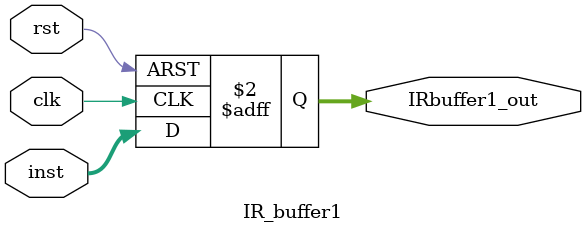
<source format=sv>
module IR_buffer1
(
    input  logic        clk,
    input  logic        rst,
    input  logic [31:0] inst,// Input from the main IR
    output logic [31:0] IRbuffer1_out// Output to Decode stage
);
    always_ff @(posedge clk or posedge rst)
    begin
        if (rst)
            IRbuffer1_out <= 32'b0;
        else
            IRbuffer1_out <= inst;// Pass IR to Decode stage
    end
endmodule
</source>
